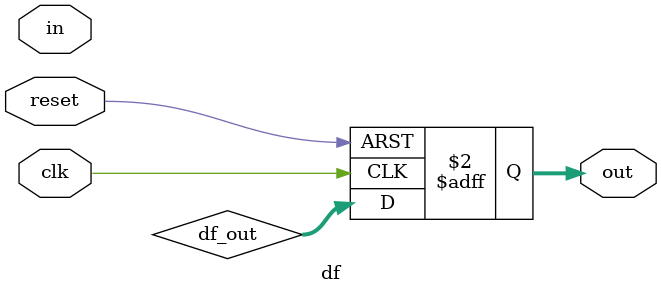
<source format=v>
module df (input wire clk, input [15:0] in, output reg [15:0] out,input reset);
  reg [15:0] df_out;
  always@(posedge clk or posedge reset) begin 
  if(reset) 
    begin 
      out<=16'd0; 
    end
  else 
    begin
      out<=df_out;
    end
  end 
endmodule
</source>
